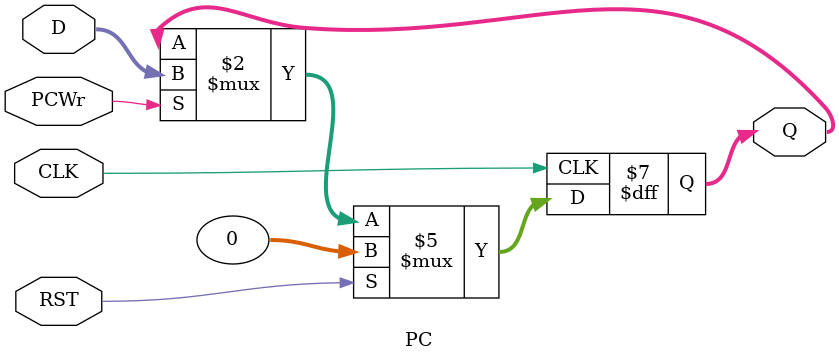
<source format=v>
module PC(
    input wire RST, CLK, PCWr,
    input wire [31:0] D,
    output reg [31:0] Q
);

    always @(posedge CLK) begin
        if(RST) Q <= 0;
        else if(PCWr) Q <= D;
    end

endmodule

</source>
